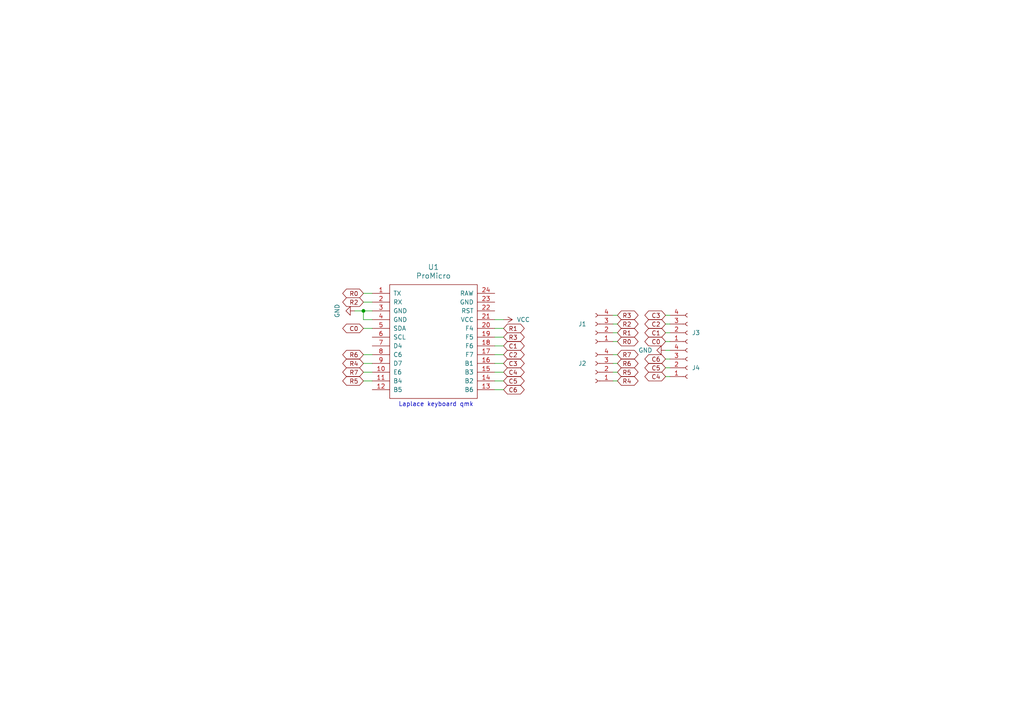
<source format=kicad_sch>
(kicad_sch (version 20230121) (generator eeschema)
  (paper "A4")
  (lib_symbols
    (symbol "Connector:Conn_01x04_Socket" (pin_names (offset 1.016) hide)
      (property "Reference" "J" (at 0 5.08 0))
      (property "Value" "Conn_01x04_Socket" (at 0 -7.62 0))
      (symbol "Conn_01x04_Socket_1_1"
        (arc (start 0 -4.572) (mid -0.5058 -5.08) (end 0 -5.588) (stroke (width 0.1524)))
        (arc (start 0 -2.032) (mid -0.5058 -2.54) (end 0 -3.048) (stroke (width 0.1524)))
        (polyline (pts (xy -1.27 -5.08) (xy -0.508 -5.08)) (stroke (width 0.1524)))
        (polyline (pts (xy -1.27 -2.54) (xy -0.508 -2.54)) (stroke (width 0.1524)))
        (polyline (pts (xy -1.27 0) (xy -0.508 0)) (stroke (width 0.1524)))
        (polyline (pts (xy -1.27 2.54) (xy -0.508 2.54)) (stroke (width 0.1524)))
        (arc (start 0 0.508) (mid -0.5058 0) (end 0 -0.508) (stroke (width 0.1524)))
        (arc (start 0 3.048) (mid -0.5058 2.54) (end 0 2.032) (stroke (width 0.1524)))
        (pin passive line (at -5.08 2.54 0) (length 3.81) (name "Pin_1") (number "1"))
        (pin passive line (at -5.08 0 0) (length 3.81) (name "Pin_2") (number "2"))
        (pin passive line (at -5.08 -2.54 0) (length 3.81) (name "Pin_3") (number "3"))
        (pin passive line (at -5.08 -5.08 0) (length 3.81) (name "Pin_4") (number "4"))
      )
    )
    (symbol "ProMicro:ProMicro" (pin_names (offset 1.016))
      (property "Reference" "U" (at 0 24.13 0))
      (property "Value" "ProMicro" (at 0 -13.97 0))
      (symbol "ProMicro_0_1"
        (rectangle (start -12.7 21.59) (end 12.7 -11.43))
      )
      (symbol "ProMicro_1_1"
        (pin bidirectional line (at -17.78 19.05 0) (length 5.08) (name "TX") (number "1"))
        (pin bidirectional line (at -17.78 -3.81 0) (length 5.08) (name "E6") (number "10"))
        (pin bidirectional line (at -17.78 -6.35 0) (length 5.08) (name "B4") (number "11"))
        (pin bidirectional line (at -17.78 -8.89 0) (length 5.08) (name "B5") (number "12"))
        (pin bidirectional line (at 17.78 -8.89 180) (length 5.08) (name "B6") (number "13"))
        (pin bidirectional line (at 17.78 -6.35 180) (length 5.08) (name "B2") (number "14"))
        (pin bidirectional line (at 17.78 -3.81 180) (length 5.08) (name "B3") (number "15"))
        (pin bidirectional line (at 17.78 -1.27 180) (length 5.08) (name "B1") (number "16"))
        (pin bidirectional line (at 17.78 1.27 180) (length 5.08) (name "F7") (number "17"))
        (pin bidirectional line (at 17.78 3.81 180) (length 5.08) (name "F6") (number "18"))
        (pin bidirectional line (at 17.78 6.35 180) (length 5.08) (name "F5") (number "19"))
        (pin bidirectional line (at -17.78 16.51 0) (length 5.08) (name "RX") (number "2"))
        (pin bidirectional line (at 17.78 8.89 180) (length 5.08) (name "F4") (number "20"))
        (pin power_in line (at 17.78 11.43 180) (length 5.08) (name "VCC") (number "21"))
        (pin input line (at 17.78 13.97 180) (length 5.08) (name "RST") (number "22"))
        (pin power_in line (at 17.78 16.51 180) (length 5.08) (name "GND") (number "23"))
        (pin power_out line (at 17.78 19.05 180) (length 5.08) (name "RAW") (number "24"))
        (pin power_in line (at -17.78 13.97 0) (length 5.08) (name "GND") (number "3"))
        (pin power_in line (at -17.78 11.43 0) (length 5.08) (name "GND") (number "4"))
        (pin bidirectional line (at -17.78 8.89 0) (length 5.08) (name "SDA") (number "5"))
        (pin bidirectional line (at -17.78 6.35 0) (length 5.08) (name "SCL") (number "6"))
        (pin bidirectional line (at -17.78 3.81 0) (length 5.08) (name "D4") (number "7"))
        (pin bidirectional line (at -17.78 1.27 0) (length 5.08) (name "C6") (number "8"))
        (pin bidirectional line (at -17.78 -1.27 0) (length 5.08) (name "D7") (number "9"))
      )
    )
    (symbol "power:GND" (power) (pin_names (offset 0))
      (property "Value" "GND" (at 0 -3.81 0))
      (symbol "GND_0_1"
        (polyline (pts (xy 0 0) (xy 0 -1.27) (xy 1.27 -1.27) (xy 0 -2.54) (xy -1.27 -1.27) (xy 0 -1.27)))
      )
      (symbol "GND_1_1"
        (pin power_in line (at 0 0 270) (length 0) hide (name "GND") (number "1"))
      )
    )
    (symbol "power:VCC" (power) (pin_names (offset 0))
      (property "Value" "VCC" (at 0 3.81 0))
      (symbol "VCC_0_1"
        (polyline (pts (xy -0.762 1.27) (xy 0 2.54)))
        (polyline (pts (xy 0 0) (xy 0 2.54)))
        (polyline (pts (xy 0 2.54) (xy 0.762 1.27)))
      )
      (symbol "VCC_1_1"
        (pin power_in line (at 0 0 90) (length 0) hide (name "VCC") (number "1"))
      )
    )
  )
  (junction (at 105.41 90.17))
  (wire (pts (xy 107.95 92.71) (xy 105.41 92.71)))
  (wire (pts (xy 105.41 102.87) (xy 107.95 102.87)))
  (wire (pts (xy 193.04 101.6) (xy 194.31 101.6)))
  (wire (pts (xy 193.04 91.44) (xy 194.31 91.44)))
  (wire (pts (xy 177.8 91.44) (xy 179.07 91.44)))
  (wire (pts (xy 105.41 87.63) (xy 107.95 87.63)))
  (wire (pts (xy 146.05 107.95) (xy 143.51 107.95)))
  (wire (pts (xy 105.41 110.49) (xy 107.95 110.49)))
  (wire (pts (xy 177.8 93.98) (xy 179.07 93.98)))
  (wire (pts (xy 105.41 85.09) (xy 107.95 85.09)))
  (wire (pts (xy 105.41 105.41) (xy 107.95 105.41)))
  (wire (pts (xy 193.04 93.98) (xy 194.31 93.98)))
  (wire (pts (xy 177.8 107.95) (xy 179.07 107.95)))
  (wire (pts (xy 146.05 97.79) (xy 143.51 97.79)))
  (wire (pts (xy 177.8 99.06) (xy 179.07 99.06)))
  (wire (pts (xy 146.05 110.49) (xy 143.51 110.49)))
  (wire (pts (xy 177.8 110.49) (xy 179.07 110.49)))
  (wire (pts (xy 193.04 96.52) (xy 194.31 96.52)))
  (wire (pts (xy 146.05 95.25) (xy 143.51 95.25)))
  (wire (pts (xy 105.41 107.95) (xy 107.95 107.95)))
  (wire (pts (xy 193.04 109.22) (xy 194.31 109.22)))
  (wire (pts (xy 193.04 104.14) (xy 194.31 104.14)))
  (wire (pts (xy 107.95 90.17) (xy 105.41 90.17)))
  (wire (pts (xy 105.41 95.25) (xy 107.95 95.25)))
  (wire (pts (xy 177.8 105.41) (xy 179.07 105.41)))
  (wire (pts (xy 146.05 100.33) (xy 143.51 100.33)))
  (wire (pts (xy 177.8 102.87) (xy 179.07 102.87)))
  (wire (pts (xy 177.8 96.52) (xy 179.07 96.52)))
  (wire (pts (xy 146.05 113.03) (xy 143.51 113.03)))
  (wire (pts (xy 146.05 105.41) (xy 143.51 105.41)))
  (wire (pts (xy 146.05 102.87) (xy 143.51 102.87)))
  (wire (pts (xy 105.41 90.17) (xy 105.41 92.71)))
  (wire (pts (xy 193.04 99.06) (xy 194.31 99.06)))
  (wire (pts (xy 193.04 106.68) (xy 194.31 106.68)))
  (wire (pts (xy 143.51 92.71) (xy 146.05 92.71)))
  (wire (pts (xy 102.87 90.17) (xy 105.41 90.17)))
  (text "Laplace keyboard qmk" (at 115.57 118.11 0) (effects (font (size 1.27 1.27)) (justify left bottom)))
  (global_label "R2" (shape bidirectional) (at 179.07 93.98 0) (property "Intersheetrefs" "${INTERSHEET_REFS}" (effects hide)))
  (global_label "R5" (shape bidirectional) (at 105.41 110.49 180) (property "Intersheetrefs" "${INTERSHEET_REFS}" (effects hide)))
  (global_label "R6" (shape bidirectional) (at 179.07 105.41 0) (property "Intersheetrefs" "${INTERSHEET_REFS}" (effects hide)))
  (global_label "R1" (shape bidirectional) (at 179.07 96.52 0) (property "Intersheetrefs" "${INTERSHEET_REFS}" (effects hide)))
  (global_label "R7" (shape bidirectional) (at 105.41 107.95 180) (property "Intersheetrefs" "${INTERSHEET_REFS}" (effects hide)))
  (global_label "C2" (shape bidirectional) (at 193.04 93.98 180) (property "Intersheetrefs" "${INTERSHEET_REFS}" (effects hide)))
  (global_label "C5" (shape bidirectional) (at 193.04 106.68 180) (property "Intersheetrefs" "${INTERSHEET_REFS}" (effects hide)))
  (global_label "C4" (shape bidirectional) (at 146.05 107.95 0) (property "Intersheetrefs" "${INTERSHEET_REFS}" (effects hide)))
  (global_label "C3" (shape bidirectional) (at 146.05 105.41 0) (property "Intersheetrefs" "${INTERSHEET_REFS}" (effects hide)))
  (global_label "R4" (shape bidirectional) (at 179.07 110.49 0) (property "Intersheetrefs" "${INTERSHEET_REFS}" (effects hide)))
  (global_label "C3" (shape bidirectional) (at 193.04 91.44 180) (property "Intersheetrefs" "${INTERSHEET_REFS}" (effects hide)))
  (global_label "C0" (shape bidirectional) (at 193.04 99.06 180) (property "Intersheetrefs" "${INTERSHEET_REFS}" (effects hide)))
  (global_label "C4" (shape bidirectional) (at 193.04 109.22 180) (property "Intersheetrefs" "${INTERSHEET_REFS}" (effects hide)))
  (global_label "R1" (shape bidirectional) (at 146.05 95.25 0) (property "Intersheetrefs" "${INTERSHEET_REFS}" (effects hide)))
  (global_label "R0" (shape bidirectional) (at 179.07 99.06 0) (property "Intersheetrefs" "${INTERSHEET_REFS}" (effects hide)))
  (global_label "R3" (shape bidirectional) (at 179.07 91.44 0) (property "Intersheetrefs" "${INTERSHEET_REFS}" (effects hide)))
  (global_label "C0" (shape bidirectional) (at 105.41 95.25 180) (property "Intersheetrefs" "${INTERSHEET_REFS}" (effects hide)))
  (global_label "C6" (shape bidirectional) (at 193.04 104.14 180) (property "Intersheetrefs" "${INTERSHEET_REFS}" (effects hide)))
  (global_label "C1" (shape bidirectional) (at 193.04 96.52 180) (property "Intersheetrefs" "${INTERSHEET_REFS}" (effects hide)))
  (global_label "C6" (shape bidirectional) (at 146.05 113.03 0) (property "Intersheetrefs" "${INTERSHEET_REFS}" (effects hide)))
  (global_label "R5" (shape bidirectional) (at 179.07 107.95 0) (property "Intersheetrefs" "${INTERSHEET_REFS}" (effects hide)))
  (global_label "R6" (shape bidirectional) (at 105.41 102.87 180) (property "Intersheetrefs" "${INTERSHEET_REFS}" (effects hide)))
  (global_label "R7" (shape bidirectional) (at 179.07 102.87 0) (property "Intersheetrefs" "${INTERSHEET_REFS}" (effects hide)))
  (global_label "C5" (shape bidirectional) (at 146.05 110.49 0) (property "Intersheetrefs" "${INTERSHEET_REFS}" (effects hide)))
  (global_label "C2" (shape bidirectional) (at 146.05 102.87 0) (property "Intersheetrefs" "${INTERSHEET_REFS}" (effects hide)))
  (global_label "R4" (shape bidirectional) (at 105.41 105.41 180) (property "Intersheetrefs" "${INTERSHEET_REFS}" (effects hide)))
  (global_label "R3" (shape bidirectional) (at 146.05 97.79 0) (property "Intersheetrefs" "${INTERSHEET_REFS}" (effects hide)))
  (global_label "R0" (shape bidirectional) (at 105.41 85.09 180) (property "Intersheetrefs" "${INTERSHEET_REFS}" (effects hide)))
  (global_label "R2" (shape bidirectional) (at 105.41 87.63 180) (property "Intersheetrefs" "${INTERSHEET_REFS}" (effects hide)))
  (global_label "C1" (shape bidirectional) (at 146.05 100.33 0) (property "Intersheetrefs" "${INTERSHEET_REFS}" (effects hide)))
  (symbol (lib_id "power:GND") (at 102.87 90.17 270) (unit 1)
    (property "Reference" "#PWR01" (effects hide))
    (property "Value" "GND" (at 97.79 90.17 0))
  )
  (symbol (lib_id "Connector:Conn_01x04_Socket") (at 172.72 96.52 180) (unit 1)
    (property "Reference" "J1" (at 168.91 93.98 0))
    (property "Value" "Conn_01x04_Socket" (effects hide))
    (property "Footprint" "Connector_PinHeader_2.54mm:PinHeader_1x04_P2.54mm_Horizontal" (effects hide))
  )
  (symbol (lib_id "ProMicro:ProMicro") (at 125.73 104.14 0) (unit 1)
    (property "Reference" "U1" (at 125.73 77.47 0) (effects (font (size 1.524 1.524))))
    (property "Value" "ProMicro" (at 125.73 80.01 0) (effects (font (size 1.524 1.524))))
    (property "Footprint" "MyLibrary:ProMicro" (effects hide))
  )
  (symbol (lib_id "power:GND") (at 193.04 101.6 270) (unit 1)
    (property "Reference" "#PWR04" (effects hide))
    (property "Value" "GND" (at 189.23 101.6 90) (effects (justify right)))
  )
  (symbol (lib_id "power:VCC") (at 146.05 92.71 270) (unit 1)
    (property "Reference" "#PWR02" (effects hide))
    (property "Value" "VCC" (at 149.86 92.71 90) (effects (justify left)))
  )
  (symbol (lib_id "Connector:Conn_01x04_Socket") (at 199.39 96.52 0) (mirror x) (unit 1)
    (property "Reference" "J3" (at 200.66 96.52 0) (effects (justify left)))
    (property "Value" "Conn_01x04_Socket" (effects hide))
    (property "Footprint" "Connector_PinHeader_2.54mm:PinHeader_1x04_P2.54mm_Horizontal" (effects hide))
  )
  (symbol (lib_id "Connector:Conn_01x04_Socket") (at 172.72 107.95 180) (unit 1)
    (property "Reference" "J2" (at 168.91 105.41 0))
    (property "Value" "Conn_01x04_Socket" (effects hide))
    (property "Footprint" "Connector_PinHeader_2.54mm:PinHeader_1x04_P2.54mm_Horizontal" (effects hide))
  )
  (symbol (lib_id "Connector:Conn_01x04_Socket") (at 199.39 106.68 0) (mirror x) (unit 1)
    (property "Reference" "J4" (at 200.66 106.68 0) (effects (justify left)))
    (property "Value" "Conn_01x04_Socket" (effects hide))
    (property "Footprint" "Connector_PinHeader_2.54mm:PinHeader_1x04_P2.54mm_Horizontal" (effects hide))
  )
)
</source>
